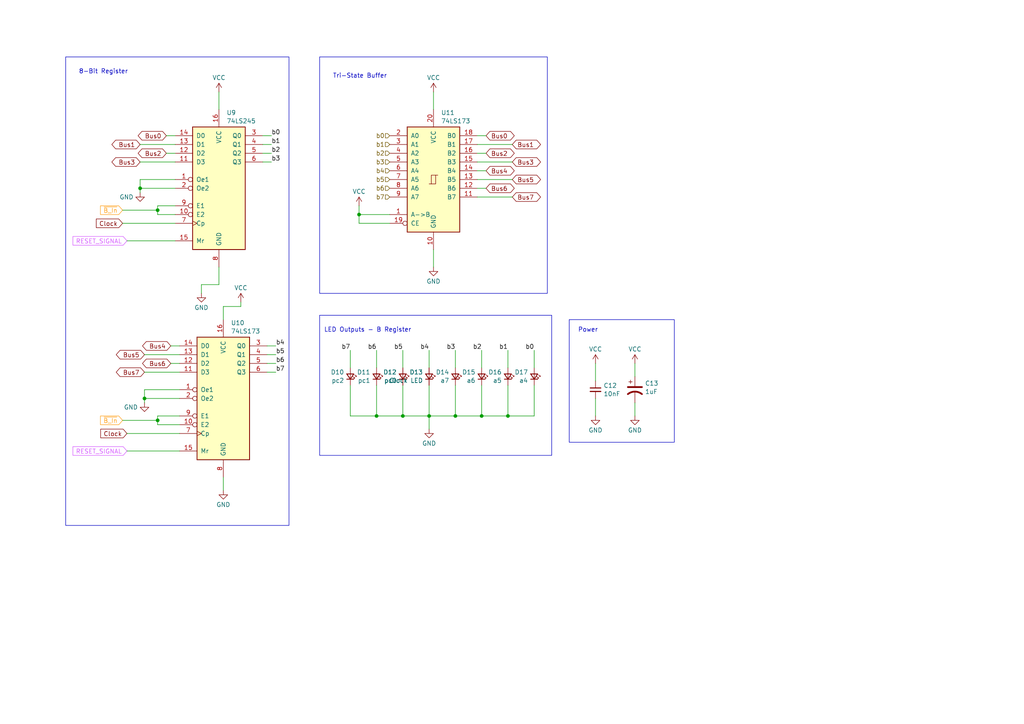
<source format=kicad_sch>
(kicad_sch (version 20230121) (generator eeschema)
  (paper "A4")
  (title_block (title "B Register") (date "2024-01-18") (rev "1.0"))
  (lib_symbols
    (symbol "74xx:74LS173" (pin_names (offset 1.016))
      (property "Reference" "U" (at -7.62 19.05 0))
      (property "Value" "74LS173" (at -7.62 -19.05 0))
      (symbol "74LS173_1_0"
        (pin input inverted (at -12.7 2.54 0) (length 5.08) (name "Oe1") (number "1"))
        (pin input inverted (at -12.7 -7.62 0) (length 5.08) (name "E2") (number "10"))
        (pin input line (at -12.7 7.62 0) (length 5.08) (name "D3") (number "11"))
        (pin input line (at -12.7 10.16 0) (length 5.08) (name "D2") (number "12"))
        (pin input line (at -12.7 12.7 0) (length 5.08) (name "D1") (number "13"))
        (pin input line (at -12.7 15.24 0) (length 5.08) (name "D0") (number "14"))
        (pin input line (at -12.7 -15.24 0) (length 5.08) (name "Mr") (number "15"))
        (pin power_in line (at 0 22.86 270) (length 5.08) (name "VCC") (number "16"))
        (pin input inverted (at -12.7 0 0) (length 5.08) (name "Oe2") (number "2"))
        (pin tri_state line (at 12.7 15.24 180) (length 5.08) (name "Q0") (number "3"))
        (pin tri_state line (at 12.7 12.7 180) (length 5.08) (name "Q1") (number "4"))
        (pin tri_state line (at 12.7 10.16 180) (length 5.08) (name "Q2") (number "5"))
        (pin tri_state line (at 12.7 7.62 180) (length 5.08) (name "Q3") (number "6"))
        (pin input clock (at -12.7 -10.16 0) (length 5.08) (name "Cp") (number "7"))
        (pin power_in line (at 0 -22.86 90) (length 5.08) (name "GND") (number "8"))
        (pin input inverted (at -12.7 -5.08 0) (length 5.08) (name "E1") (number "9"))
      )
      (symbol "74LS173_1_1"
        (rectangle (start -7.62 17.78) (end 7.62 -17.78) (stroke (width 0.254)) (fill (type background)))
      )
    )
    (symbol "74xx:74LS245" (pin_names (offset 1.016))
      (property "Reference" "U11" (at 2.1941 19.3843 0))
      (property "Value" "74LS245" (at 2.1941 16.9601 0))
      (symbol "74LS245_1_0"
        (polyline (pts (xy -0.635 -1.27) (xy -0.635 1.27) (xy 0.635 1.27)))
        (polyline (pts (xy -1.27 -1.27) (xy 0.635 -1.27) (xy 0.635 1.27) (xy 1.27 1.27)))
        (pin input line (at -12.7 -10.16 0) (length 5.08) (name "A->B") (number "1"))
        (pin power_in line (at 0 -20.32 90) (length 5.08) (name "GND") (number "10"))
        (pin tri_state line (at 12.7 -5.08 180) (length 5.08) (name "B7") (number "11"))
        (pin tri_state line (at 12.7 -2.54 180) (length 5.08) (name "B6") (number "12"))
        (pin tri_state line (at 12.7 0 180) (length 5.08) (name "B5") (number "13"))
        (pin tri_state line (at 12.7 2.54 180) (length 5.08) (name "B4") (number "14"))
        (pin tri_state line (at 12.7 5.08 180) (length 5.08) (name "B3") (number "15"))
        (pin tri_state line (at 12.7 7.62 180) (length 5.08) (name "B2") (number "16"))
        (pin tri_state line (at 12.7 10.16 180) (length 5.08) (name "B1") (number "17"))
        (pin tri_state line (at 12.7 12.7 180) (length 5.08) (name "B0") (number "18"))
        (pin input inverted (at -12.7 -12.7 0) (length 5.08) (name "CE") (number "19"))
        (pin input line (at -12.7 12.7 0) (length 5.08) (name "A0") (number "2"))
        (pin power_in line (at 0 20.32 270) (length 5.08) (name "VCC") (number "20"))
        (pin input line (at -12.7 10.16 0) (length 5.08) (name "A1") (number "3"))
        (pin input line (at -12.7 7.62 0) (length 5.08) (name "A2") (number "4"))
        (pin input line (at -12.7 5.08 0) (length 5.08) (name "A3") (number "5"))
        (pin input line (at -12.7 2.54 0) (length 5.08) (name "A4") (number "6"))
        (pin input line (at -12.7 0 0) (length 5.08) (name "A5") (number "7"))
        (pin input line (at -12.7 -2.54 0) (length 5.08) (name "A6") (number "8"))
        (pin input line (at -12.7 -5.08 0) (length 5.08) (name "A7") (number "9"))
      )
      (symbol "74LS245_1_1"
        (rectangle (start -7.62 15.24) (end 7.62 -15.24) (stroke (width 0.254)) (fill (type background)))
      )
    )
    (symbol "Device:C_Polarized_US" (pin_numbers hide) (pin_names (offset 0.254) hide)
      (property "Reference" "C" (at 0.635 2.54 0))
      (property "Value" "C_Polarized_US" (at 0.635 -2.54 0))
      (symbol "C_Polarized_US_0_1"
        (polyline (pts (xy -2.032 0.762) (xy 2.032 0.762)) (stroke (width 0.508)))
        (polyline (pts (xy -1.778 2.286) (xy -0.762 2.286)))
        (polyline (pts (xy -1.27 1.778) (xy -1.27 2.794)))
        (arc (start 2.032 -1.27) (mid 0 -0.5572) (end -2.032 -1.27) (stroke (width 0.508)))
      )
      (symbol "C_Polarized_US_1_1"
        (pin passive line (at 0 3.81 270) (length 2.794) (name "~") (number "1"))
        (pin passive line (at 0 -3.81 90) (length 3.302) (name "~") (number "2"))
      )
    )
    (symbol "Device:C_Small" (pin_numbers hide) (pin_names (offset 0.254) hide)
      (property "Reference" "C" (at 0.254 1.778 0))
      (property "Value" "C_Small" (at 0.254 -2.032 0))
      (symbol "C_Small_0_1"
        (polyline (pts (xy -1.524 -0.508) (xy 1.524 -0.508)) (stroke (width 0.3302)))
        (polyline (pts (xy -1.524 0.508) (xy 1.524 0.508)) (stroke (width 0.3048)))
      )
      (symbol "C_Small_1_1"
        (pin passive line (at 0 2.54 270) (length 2.032) (name "~") (number "1"))
        (pin passive line (at 0 -2.54 90) (length 2.032) (name "~") (number "2"))
      )
    )
    (symbol "Device:LED_Small" (pin_numbers hide) (pin_names (offset 0.254) hide)
      (property "Reference" "D" (at -1.27 3.175 0))
      (property "Value" "LED_Small" (at -4.445 -2.54 0))
      (symbol "LED_Small_0_1"
        (polyline (pts (xy -0.762 -1.016) (xy -0.762 1.016)) (stroke (width 0.254)))
        (polyline (pts (xy 1.016 0) (xy -0.762 0)))
        (polyline (pts (xy 0.762 -1.016) (xy -0.762 0) (xy 0.762 1.016) (xy 0.762 -1.016)) (stroke (width 0.254)))
        (polyline (pts (xy 0 0.762) (xy -0.508 1.27) (xy -0.254 1.27) (xy -0.508 1.27) (xy -0.508 1.016)))
        (polyline (pts (xy 0.508 1.27) (xy 0 1.778) (xy 0.254 1.778) (xy 0 1.778) (xy 0 1.524)))
      )
      (symbol "LED_Small_1_1"
        (pin passive line (at -2.54 0 0) (length 1.778) (name "K") (number "1"))
        (pin passive line (at 2.54 0 180) (length 1.778) (name "A") (number "2"))
      )
    )
    (symbol "power:GND" (power) (pin_names (offset 0))
      (property "Value" "GND" (at 0 -3.81 0))
      (symbol "GND_0_1"
        (polyline (pts (xy 0 0) (xy 0 -1.27) (xy 1.27 -1.27) (xy 0 -2.54) (xy -1.27 -1.27) (xy 0 -1.27)))
      )
      (symbol "GND_1_1"
        (pin power_in line (at 0 0 270) (length 0) hide (name "GND") (number "1"))
      )
    )
    (symbol "power:VCC" (power) (pin_names (offset 0))
      (property "Value" "VCC" (at 0 3.81 0))
      (symbol "VCC_0_1"
        (polyline (pts (xy -0.762 1.27) (xy 0 2.54)))
        (polyline (pts (xy 0 0) (xy 0 2.54)))
        (polyline (pts (xy 0 2.54) (xy 0.762 1.27)))
      )
      (symbol "VCC_1_1"
        (pin power_in line (at 0 0 90) (length 0) hide (name "VCC") (number "1"))
      )
    )
  )
  (junction (at 109.22 120.65))
  (junction (at 45.72 60.96))
  (junction (at 139.7 120.65))
  (junction (at 132.08 120.65))
  (junction (at 116.84 120.65))
  (junction (at 124.46 120.65))
  (junction (at 104.14 62.23))
  (junction (at 40.64 54.61))
  (junction (at 45.72 121.92))
  (junction (at 41.91 115.57))
  (junction (at 147.32 120.65))
  (wire (pts (xy 139.7 101.6) (xy 139.7 106.68)))
  (wire (pts (xy 116.84 101.6) (xy 116.84 106.68)))
  (wire (pts (xy 104.14 62.23) (xy 113.03 62.23)))
  (wire (pts (xy 116.84 111.76) (xy 116.84 120.65)))
  (wire (pts (xy 172.72 115.57) (xy 172.72 120.65)))
  (wire (pts (xy 50.8 44.45) (xy 48.26 44.45)))
  (wire (pts (xy 52.07 105.41) (xy 49.53 105.41)))
  (wire (pts (xy 124.46 101.6) (xy 124.46 106.68)))
  (wire (pts (xy 124.46 120.65) (xy 116.84 120.65)))
  (wire (pts (xy 154.94 101.6) (xy 154.94 106.68)))
  (wire (pts (xy 69.85 87.63) (xy 69.85 88.9)))
  (wire (pts (xy 36.83 130.81) (xy 52.07 130.81)))
  (wire (pts (xy 50.8 52.07) (xy 40.64 52.07)))
  (wire (pts (xy 45.72 120.65) (xy 52.07 120.65)))
  (wire (pts (xy 184.15 116.84) (xy 184.15 120.65)))
  (wire (pts (xy 125.73 26.67) (xy 125.73 31.75)))
  (wire (pts (xy 78.74 41.91) (xy 76.2 41.91)))
  (wire (pts (xy 147.32 120.65) (xy 139.7 120.65)))
  (wire (pts (xy 147.32 111.76) (xy 147.32 120.65)))
  (wire (pts (xy 52.07 113.03) (xy 41.91 113.03)))
  (wire (pts (xy 154.94 111.76) (xy 154.94 120.65)))
  (wire (pts (xy 58.42 82.55) (xy 58.42 85.09)))
  (wire (pts (xy 172.72 105.41) (xy 172.72 110.49)))
  (wire (pts (xy 104.14 64.77) (xy 104.14 62.23)))
  (wire (pts (xy 138.43 41.91) (xy 148.59 41.91)))
  (wire (pts (xy 45.72 123.19) (xy 52.07 123.19)))
  (wire (pts (xy 132.08 120.65) (xy 124.46 120.65)))
  (wire (pts (xy 78.74 44.45) (xy 76.2 44.45)))
  (wire (pts (xy 40.64 54.61) (xy 40.64 55.88)))
  (wire (pts (xy 101.6 101.6) (xy 101.6 106.68)))
  (wire (pts (xy 45.72 60.96) (xy 45.72 62.23)))
  (wire (pts (xy 50.8 39.37) (xy 48.26 39.37)))
  (wire (pts (xy 116.84 120.65) (xy 109.22 120.65)))
  (wire (pts (xy 113.03 64.77) (xy 104.14 64.77)))
  (wire (pts (xy 138.43 54.61) (xy 140.97 54.61)))
  (wire (pts (xy 35.56 121.92) (xy 45.72 121.92)))
  (wire (pts (xy 109.22 111.76) (xy 109.22 120.65)))
  (wire (pts (xy 139.7 111.76) (xy 139.7 120.65)))
  (wire (pts (xy 124.46 120.65) (xy 124.46 124.46)))
  (wire (pts (xy 139.7 120.65) (xy 132.08 120.65)))
  (wire (pts (xy 63.5 82.55) (xy 63.5 77.47)))
  (wire (pts (xy 147.32 101.6) (xy 147.32 106.68)))
  (wire (pts (xy 35.56 60.96) (xy 45.72 60.96)))
  (wire (pts (xy 101.6 111.76) (xy 101.6 120.65)))
  (wire (pts (xy 52.07 125.73) (xy 36.83 125.73)))
  (wire (pts (xy 41.91 113.03) (xy 41.91 115.57)))
  (wire (pts (xy 132.08 101.6) (xy 132.08 106.68)))
  (wire (pts (xy 138.43 57.15) (xy 148.59 57.15)))
  (wire (pts (xy 132.08 111.76) (xy 132.08 120.65)))
  (wire (pts (xy 138.43 49.53) (xy 140.97 49.53)))
  (wire (pts (xy 40.64 54.61) (xy 50.8 54.61)))
  (wire (pts (xy 64.77 138.43) (xy 64.77 142.24)))
  (wire (pts (xy 184.15 105.41) (xy 184.15 109.22)))
  (wire (pts (xy 50.8 64.77) (xy 35.56 64.77)))
  (wire (pts (xy 138.43 44.45) (xy 140.97 44.45)))
  (wire (pts (xy 109.22 120.65) (xy 101.6 120.65)))
  (wire (pts (xy 45.72 120.65) (xy 45.72 121.92)))
  (wire (pts (xy 45.72 62.23) (xy 50.8 62.23)))
  (wire (pts (xy 69.85 88.9) (xy 64.77 88.9)))
  (wire (pts (xy 104.14 62.23) (xy 104.14 59.69)))
  (wire (pts (xy 78.74 39.37) (xy 76.2 39.37)))
  (wire (pts (xy 58.42 82.55) (xy 63.5 82.55)))
  (wire (pts (xy 109.22 101.6) (xy 109.22 106.68)))
  (wire (pts (xy 36.83 69.85) (xy 50.8 69.85)))
  (wire (pts (xy 50.8 59.69) (xy 45.72 59.69)))
  (wire (pts (xy 50.8 41.91) (xy 40.64 41.91)))
  (wire (pts (xy 41.91 115.57) (xy 52.07 115.57)))
  (wire (pts (xy 45.72 59.69) (xy 45.72 60.96)))
  (wire (pts (xy 40.64 52.07) (xy 40.64 54.61)))
  (wire (pts (xy 125.73 72.39) (xy 125.73 77.47)))
  (wire (pts (xy 52.07 100.33) (xy 49.53 100.33)))
  (wire (pts (xy 80.01 105.41) (xy 77.47 105.41)))
  (wire (pts (xy 64.77 88.9) (xy 64.77 92.71)))
  (wire (pts (xy 138.43 46.99) (xy 148.59 46.99)))
  (wire (pts (xy 80.01 100.33) (xy 77.47 100.33)))
  (wire (pts (xy 80.01 107.95) (xy 77.47 107.95)))
  (wire (pts (xy 41.91 115.57) (xy 41.91 116.84)))
  (wire (pts (xy 124.46 111.76) (xy 124.46 120.65)))
  (wire (pts (xy 78.74 46.99) (xy 76.2 46.99)))
  (wire (pts (xy 154.94 120.65) (xy 147.32 120.65)))
  (wire (pts (xy 50.8 46.99) (xy 40.64 46.99)))
  (wire (pts (xy 63.5 26.67) (xy 63.5 31.75)))
  (wire (pts (xy 52.07 107.95) (xy 41.91 107.95)))
  (wire (pts (xy 45.72 121.92) (xy 45.72 123.19)))
  (wire (pts (xy 138.43 52.07) (xy 148.59 52.07)))
  (wire (pts (xy 138.43 39.37) (xy 140.97 39.37)))
  (wire (pts (xy 52.07 102.87) (xy 41.91 102.87)))
  (wire (pts (xy 80.01 102.87) (xy 77.47 102.87)))
  (rectangle (start 19.05 16.51) (end 83.82 152.4))
  (rectangle (start 165.1 92.71) (end 195.58 128.27))
  (rectangle (start 92.71 16.51) (end 158.75 85.09))
  (rectangle (start 92.71 91.44) (end 160.02 132.08))
  (text "LED Outputs - B Register\n" (at 93.98 96.52 0) (effects (font (size 1.27 1.27)) (justify left bottom)))
  (text "Tri-State Buffer" (at 96.52 22.86 0) (effects (font (size 1.27 1.27)) (justify left bottom)))
  (text "8-Bit Register" (at 22.86 21.59 0) (effects (font (size 1.27 1.27)) (justify left bottom)))
  (text "Power" (at 167.64 96.52 0) (effects (font (size 1.27 1.27)) (justify left bottom)))
  (label "b1" (at 78.74 41.91 0))
  (label "b3" (at 78.74 46.99 0))
  (label "b3" (at 132.08 101.6 180))
  (label "b0" (at 154.94 101.6 180))
  (label "b7" (at 80.01 107.95 0))
  (label "b5" (at 80.01 102.87 0))
  (label "b7" (at 101.6 101.6 180))
  (label "b0" (at 78.74 39.37 0))
  (label "b4" (at 124.46 101.6 180))
  (label "b2" (at 139.7 101.6 180))
  (label "b1" (at 147.32 101.6 180))
  (label "b5" (at 116.84 101.6 180))
  (label "b6" (at 80.01 105.41 0))
  (label "b2" (at 78.74 44.45 0))
  (label "b6" (at 109.22 101.6 180))
  (label "b4" (at 80.01 100.33 0))
  (global_label "Bus0" (shape tri_state) (at 140.97 39.37 0) (property "Intersheetrefs" "${INTERSHEET_REFS}" (effects hide)))
  (global_label "Bus1" (shape tri_state) (at 40.64 41.91 180) (property "Intersheetrefs" "${INTERSHEET_REFS}" (effects hide)))
  (global_label "Bus5" (shape tri_state) (at 148.59 52.07 0) (property "Intersheetrefs" "${INTERSHEET_REFS}" (effects hide)))
  (global_label "RESET_SIGNAL" (shape input) (at 36.83 130.81 180) (property "Intersheetrefs" "${INTERSHEET_REFS}" (effects hide)))
  (global_label "Bus6" (shape tri_state) (at 140.97 54.61 0) (property "Intersheetrefs" "${INTERSHEET_REFS}" (effects hide)))
  (global_label "Bus3" (shape tri_state) (at 148.59 46.99 0) (property "Intersheetrefs" "${INTERSHEET_REFS}" (effects hide)))
  (global_label "Bus5" (shape tri_state) (at 41.91 102.87 180) (property "Intersheetrefs" "${INTERSHEET_REFS}" (effects hide)))
  (global_label "Bus4" (shape tri_state) (at 140.97 49.53 0) (property "Intersheetrefs" "${INTERSHEET_REFS}" (effects hide)))
  (global_label "~{B_In}" (shape input) (at 35.56 60.96 180) (property "Intersheetrefs" "${INTERSHEET_REFS}" (effects hide)))
  (global_label "Bus3" (shape tri_state) (at 40.64 46.99 180) (property "Intersheetrefs" "${INTERSHEET_REFS}" (effects hide)))
  (global_label "Clock" (shape input) (at 35.56 64.77 180) (property "Intersheetrefs" "${INTERSHEET_REFS}" (effects hide)))
  (global_label "RESET_SIGNAL" (shape input) (at 36.83 69.85 180) (property "Intersheetrefs" "${INTERSHEET_REFS}" (effects hide)))
  (global_label "Bus7" (shape tri_state) (at 41.91 107.95 180) (property "Intersheetrefs" "${INTERSHEET_REFS}" (effects hide)))
  (global_label "Bus7" (shape tri_state) (at 148.59 57.15 0) (property "Intersheetrefs" "${INTERSHEET_REFS}" (effects hide)))
  (global_label "Clock" (shape input) (at 36.83 125.73 180) (property "Intersheetrefs" "${INTERSHEET_REFS}" (effects hide)))
  (global_label "~{B_In}" (shape input) (at 35.56 121.92 180) (property "Intersheetrefs" "${INTERSHEET_REFS}" (effects hide)))
  (global_label "Bus2" (shape tri_state) (at 140.97 44.45 0) (property "Intersheetrefs" "${INTERSHEET_REFS}" (effects hide)))
  (global_label "Bus2" (shape tri_state) (at 48.26 44.45 180) (property "Intersheetrefs" "${INTERSHEET_REFS}" (effects hide)))
  (global_label "Bus0" (shape tri_state) (at 48.26 39.37 180) (property "Intersheetrefs" "${INTERSHEET_REFS}" (effects hide)))
  (global_label "Bus4" (shape tri_state) (at 49.53 100.33 180) (property "Intersheetrefs" "${INTERSHEET_REFS}" (effects hide)))
  (global_label "Bus6" (shape tri_state) (at 49.53 105.41 180) (property "Intersheetrefs" "${INTERSHEET_REFS}" (effects hide)))
  (global_label "Bus1" (shape tri_state) (at 148.59 41.91 0) (property "Intersheetrefs" "${INTERSHEET_REFS}" (effects hide)))
  (hierarchical_label "b7" (shape input) (at 113.03 57.15 180))
  (hierarchical_label "b5" (shape input) (at 113.03 52.07 180))
  (hierarchical_label "b2" (shape input) (at 113.03 44.45 180))
  (hierarchical_label "b6" (shape input) (at 113.03 54.61 180))
  (hierarchical_label "b4" (shape input) (at 113.03 49.53 180))
  (hierarchical_label "b1" (shape input) (at 113.03 41.91 180))
  (hierarchical_label "b0" (shape input) (at 113.03 39.37 180))
  (hierarchical_label "b3" (shape input) (at 113.03 46.99 180))
  (symbol (lib_id "Device:LED_Small") (at 154.94 109.22 270) (mirror x) (unit 1)
    (property "Reference" "D17" (at 153.162 107.9444 90) (effects (justify right)))
    (property "Value" "a4" (at 153.162 110.3686 90) (effects (justify right)))
    (property "Footprint" "LED_THT:LED_D5.0mm" (effects hide))
  )
  (symbol (lib_id "Device:LED_Small") (at 139.7 109.22 270) (mirror x) (unit 1)
    (property "Reference" "D15" (at 137.922 107.9444 90) (effects (justify right)))
    (property "Value" "a6" (at 137.922 110.3686 90) (effects (justify right)))
    (property "Footprint" "LED_THT:LED_D5.0mm" (effects hide))
  )
  (symbol (lib_id "power:GND") (at 184.15 120.65 0) (unit 1)
    (property "Reference" "#PWR061" (effects hide))
    (property "Value" "GND" (at 184.15 124.7831 0))
  )
  (symbol (lib_id "Device:LED_Small") (at 124.46 109.22 270) (mirror x) (unit 1)
    (property "Reference" "D13" (at 122.682 107.9444 90) (effects (justify right)))
    (property "Value" "Clock LED" (at 122.682 110.3686 90) (effects (justify right)))
    (property "Footprint" "LED_THT:LED_D3.0mm" (effects hide))
  )
  (symbol (lib_id "power:GND") (at 172.72 120.65 0) (unit 1)
    (property "Reference" "#PWR059" (effects hide))
    (property "Value" "GND" (at 172.72 124.7831 0))
  )
  (symbol (lib_id "Device:LED_Small") (at 116.84 109.22 270) (mirror x) (unit 1)
    (property "Reference" "D12" (at 115.062 107.9444 90) (effects (justify right)))
    (property "Value" "pc0" (at 115.062 110.3686 90) (effects (justify right)))
    (property "Footprint" "LED_THT:LED_D5.0mm" (effects hide))
  )
  (symbol (lib_id "Device:C_Small") (at 172.72 113.03 0) (unit 1)
    (property "Reference" "C12" (at 175.0441 111.8242 0) (effects (justify left)))
    (property "Value" "10nF" (at 175.0441 114.2484 0) (effects (justify left)))
    (property "Footprint" "Capacitor_THT:C_Disc_D3.4mm_W2.1mm_P2.50mm" (effects hide))
  )
  (symbol (lib_id "power:VCC") (at 184.15 105.41 0) (unit 1)
    (property "Reference" "#PWR060" (effects hide))
    (property "Value" "VCC" (at 184.15 101.2769 0))
  )
  (symbol (lib_id "74xx:74LS173") (at 64.77 115.57 0) (unit 1)
    (property "Reference" "U10" (at 66.9641 93.6457 0) (effects (justify left)))
    (property "Value" "74LS173" (at 66.9641 96.0699 0) (effects (justify left)))
    (property "Footprint" "Package_DIP:DIP-16_W7.62mm" (effects hide))
    (property "Datasheet" "http://www.ti.com/lit/gpn/sn74LS173" (effects hide))
  )
  (symbol (lib_id "Device:LED_Small") (at 132.08 109.22 270) (mirror x) (unit 1)
    (property "Reference" "D14" (at 130.302 107.9444 90) (effects (justify right)))
    (property "Value" "a7" (at 130.302 110.3686 90) (effects (justify right)))
    (property "Footprint" "LED_THT:LED_D5.0mm" (effects hide))
  )
  (symbol (lib_id "Device:LED_Small") (at 101.6 109.22 270) (mirror x) (unit 1)
    (property "Reference" "D10" (at 99.822 107.9444 90) (effects (justify right)))
    (property "Value" "pc2" (at 99.822 110.3686 90) (effects (justify right)))
    (property "Footprint" "LED_THT:LED_D5.0mm" (effects hide))
  )
  (symbol (lib_id "power:GND") (at 64.77 142.24 0) (unit 1)
    (property "Reference" "#PWR052" (effects hide))
    (property "Value" "GND" (at 64.77 146.3731 0))
  )
  (symbol (lib_id "Device:LED_Small") (at 147.32 109.22 270) (mirror x) (unit 1)
    (property "Reference" "D16" (at 145.542 107.9444 90) (effects (justify right)))
    (property "Value" "a5" (at 145.542 110.3686 90) (effects (justify right)))
    (property "Footprint" "LED_THT:LED_D5.0mm" (effects hide))
  )
  (symbol (lib_id "power:GND") (at 124.46 124.46 0) (unit 1)
    (property "Reference" "#PWR055" (effects hide))
    (property "Value" "GND" (at 124.46 128.5931 0))
  )
  (symbol (lib_id "74xx:74LS173") (at 63.5 54.61 0) (unit 1)
    (property "Reference" "U9" (at 65.6941 32.6857 0) (effects (justify left)))
    (property "Value" "74LS245" (at 65.6941 35.1099 0) (effects (justify left)))
    (property "Footprint" "Package_DIP:DIP-20_W7.62mm" (effects hide))
    (property "Datasheet" "http://www.ti.com/lit/gpn/sn74LS173" (effects hide))
  )
  (symbol (lib_id "power:GND") (at 40.64 55.88 0) (unit 1)
    (property "Reference" "#PWR048" (effects hide))
    (property "Value" "GND" (at 38.7351 57.15 0) (effects (justify right)))
  )
  (symbol (lib_id "power:VCC") (at 69.85 87.63 0) (unit 1)
    (property "Reference" "#PWR053" (effects hide))
    (property "Value" "VCC" (at 69.85 83.4969 0))
  )
  (symbol (lib_id "power:VCC") (at 63.5 26.67 0) (unit 1)
    (property "Reference" "#PWR051" (effects hide))
    (property "Value" "VCC" (at 63.5 22.5369 0))
  )
  (symbol (lib_id "power:GND") (at 58.42 85.09 0) (unit 1)
    (property "Reference" "#PWR050" (effects hide))
    (property "Value" "GND" (at 58.42 89.2231 0))
  )
  (symbol (lib_id "Device:LED_Small") (at 109.22 109.22 270) (mirror x) (unit 1)
    (property "Reference" "D11" (at 107.442 107.9444 90) (effects (justify right)))
    (property "Value" "pc1" (at 107.442 110.3686 90) (effects (justify right)))
    (property "Footprint" "LED_THT:LED_D5.0mm" (effects hide))
  )
  (symbol (lib_id "power:GND") (at 41.91 116.84 0) (unit 1)
    (property "Reference" "#PWR049" (effects hide))
    (property "Value" "GND" (at 40.0051 118.11 0) (effects (justify right)))
  )
  (symbol (lib_id "power:VCC") (at 125.73 26.67 0) (unit 1)
    (property "Reference" "#PWR056" (effects hide))
    (property "Value" "VCC" (at 125.73 22.5369 0))
  )
  (symbol (lib_id "74xx:74LS245") (at 125.73 52.07 0) (unit 1)
    (property "Reference" "U11" (at 127.9241 32.6857 0) (effects (justify left)))
    (property "Value" "74LS173" (at 127.9241 35.1099 0) (effects (justify left)))
    (property "Footprint" "Package_DIP:DIP-16_W7.62mm" (effects hide))
    (property "Datasheet" "http://www.ti.com/lit/gpn/sn74LS245" (effects hide))
  )
  (symbol (lib_id "power:VCC") (at 172.72 105.41 0) (unit 1)
    (property "Reference" "#PWR058" (effects hide))
    (property "Value" "VCC" (at 172.72 101.2769 0))
  )
  (symbol (lib_id "power:VCC") (at 104.14 59.69 0) (unit 1)
    (property "Reference" "#PWR054" (effects hide))
    (property "Value" "VCC" (at 104.14 55.5569 0))
  )
  (symbol (lib_id "Device:C_Polarized_US") (at 184.15 113.03 0) (unit 1)
    (property "Reference" "C13" (at 187.071 111.1829 0) (effects (justify left)))
    (property "Value" "1uF" (at 187.071 113.6071 0) (effects (justify left)))
    (property "Footprint" "Capacitor_THT:CP_Radial_D4.0mm_P2.00mm" (effects hide))
  )
  (symbol (lib_id "power:GND") (at 125.73 77.47 0) (unit 1)
    (property "Reference" "#PWR057" (effects hide))
    (property "Value" "GND" (at 125.73 81.6031 0))
  )
)
</source>
